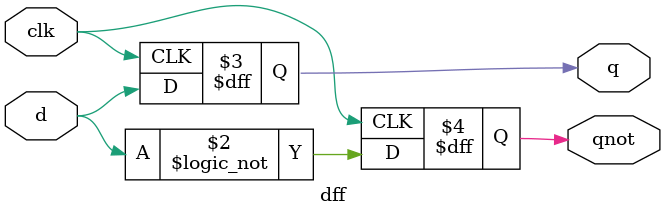
<source format=v>
/* dff.v
 * 
 * Implementation of simple D Flip Flop
 *
*/

module dff(d, clk, q, qnot);
input d, clk;
output q, qnot;

reg q, qnot;

always@(posedge clk)
begin
q <= d;
qnot <= !d;
end

endmodule

</source>
